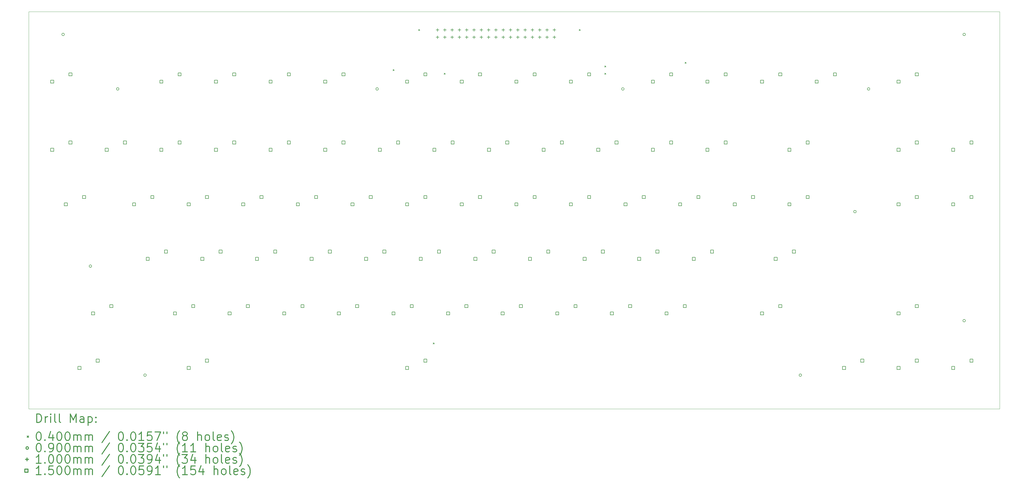
<source format=gbr>
%FSLAX45Y45*%
G04 Gerber Fmt 4.5, Leading zero omitted, Abs format (unit mm)*
G04 Created by KiCad (PCBNEW (5.1.12)-1) date 2022-05-13 18:30:53*
%MOMM*%
%LPD*%
G01*
G04 APERTURE LIST*
%TA.AperFunction,Profile*%
%ADD10C,0.100000*%
%TD*%
%ADD11C,0.200000*%
%ADD12C,0.300000*%
G04 APERTURE END LIST*
D10*
X35433000Y-635000D02*
X35433000Y-14478000D01*
X1651000Y-635000D02*
X35433000Y-635000D01*
X1651000Y-14478000D02*
X1651000Y-635000D01*
X35433000Y-14478000D02*
X1651000Y-14478000D01*
D11*
X14331000Y-2647000D02*
X14371000Y-2687000D01*
X14371000Y-2647000D02*
X14331000Y-2687000D01*
X15220000Y-1250000D02*
X15260000Y-1290000D01*
X15260000Y-1250000D02*
X15220000Y-1290000D01*
X15728000Y-12172000D02*
X15768000Y-12212000D01*
X15768000Y-12172000D02*
X15728000Y-12212000D01*
X16109000Y-2774000D02*
X16149000Y-2814000D01*
X16149000Y-2774000D02*
X16109000Y-2814000D01*
X20808000Y-1250000D02*
X20848000Y-1290000D01*
X20848000Y-1250000D02*
X20808000Y-1290000D01*
X21697000Y-2520000D02*
X21737000Y-2560000D01*
X21737000Y-2520000D02*
X21697000Y-2560000D01*
X21697000Y-2774000D02*
X21737000Y-2814000D01*
X21737000Y-2774000D02*
X21697000Y-2814000D01*
X24491000Y-2393000D02*
X24531000Y-2433000D01*
X24531000Y-2393000D02*
X24491000Y-2433000D01*
X2895000Y-1425000D02*
G75*
G03*
X2895000Y-1425000I-45000J0D01*
G01*
X3845000Y-9500000D02*
G75*
G03*
X3845000Y-9500000I-45000J0D01*
G01*
X4795000Y-3325000D02*
G75*
G03*
X4795000Y-3325000I-45000J0D01*
G01*
X5745000Y-13300000D02*
G75*
G03*
X5745000Y-13300000I-45000J0D01*
G01*
X13820000Y-3325000D02*
G75*
G03*
X13820000Y-3325000I-45000J0D01*
G01*
X22370000Y-3325000D02*
G75*
G03*
X22370000Y-3325000I-45000J0D01*
G01*
X28545000Y-13300000D02*
G75*
G03*
X28545000Y-13300000I-45000J0D01*
G01*
X30445000Y-7600000D02*
G75*
G03*
X30445000Y-7600000I-45000J0D01*
G01*
X30920000Y-3325000D02*
G75*
G03*
X30920000Y-3325000I-45000J0D01*
G01*
X34245000Y-1425000D02*
G75*
G03*
X34245000Y-1425000I-45000J0D01*
G01*
X34245000Y-11400000D02*
G75*
G03*
X34245000Y-11400000I-45000J0D01*
G01*
X15875000Y-1220000D02*
X15875000Y-1320000D01*
X15825000Y-1270000D02*
X15925000Y-1270000D01*
X15875000Y-1474000D02*
X15875000Y-1574000D01*
X15825000Y-1524000D02*
X15925000Y-1524000D01*
X16129000Y-1220000D02*
X16129000Y-1320000D01*
X16079000Y-1270000D02*
X16179000Y-1270000D01*
X16129000Y-1474000D02*
X16129000Y-1574000D01*
X16079000Y-1524000D02*
X16179000Y-1524000D01*
X16383000Y-1220000D02*
X16383000Y-1320000D01*
X16333000Y-1270000D02*
X16433000Y-1270000D01*
X16383000Y-1474000D02*
X16383000Y-1574000D01*
X16333000Y-1524000D02*
X16433000Y-1524000D01*
X16637000Y-1220000D02*
X16637000Y-1320000D01*
X16587000Y-1270000D02*
X16687000Y-1270000D01*
X16637000Y-1474000D02*
X16637000Y-1574000D01*
X16587000Y-1524000D02*
X16687000Y-1524000D01*
X16891000Y-1220000D02*
X16891000Y-1320000D01*
X16841000Y-1270000D02*
X16941000Y-1270000D01*
X16891000Y-1474000D02*
X16891000Y-1574000D01*
X16841000Y-1524000D02*
X16941000Y-1524000D01*
X17145000Y-1220000D02*
X17145000Y-1320000D01*
X17095000Y-1270000D02*
X17195000Y-1270000D01*
X17145000Y-1474000D02*
X17145000Y-1574000D01*
X17095000Y-1524000D02*
X17195000Y-1524000D01*
X17399000Y-1220000D02*
X17399000Y-1320000D01*
X17349000Y-1270000D02*
X17449000Y-1270000D01*
X17399000Y-1474000D02*
X17399000Y-1574000D01*
X17349000Y-1524000D02*
X17449000Y-1524000D01*
X17653000Y-1220000D02*
X17653000Y-1320000D01*
X17603000Y-1270000D02*
X17703000Y-1270000D01*
X17653000Y-1474000D02*
X17653000Y-1574000D01*
X17603000Y-1524000D02*
X17703000Y-1524000D01*
X17907000Y-1220000D02*
X17907000Y-1320000D01*
X17857000Y-1270000D02*
X17957000Y-1270000D01*
X17907000Y-1474000D02*
X17907000Y-1574000D01*
X17857000Y-1524000D02*
X17957000Y-1524000D01*
X18161000Y-1220000D02*
X18161000Y-1320000D01*
X18111000Y-1270000D02*
X18211000Y-1270000D01*
X18161000Y-1474000D02*
X18161000Y-1574000D01*
X18111000Y-1524000D02*
X18211000Y-1524000D01*
X18415000Y-1220000D02*
X18415000Y-1320000D01*
X18365000Y-1270000D02*
X18465000Y-1270000D01*
X18415000Y-1474000D02*
X18415000Y-1574000D01*
X18365000Y-1524000D02*
X18465000Y-1524000D01*
X18669000Y-1220000D02*
X18669000Y-1320000D01*
X18619000Y-1270000D02*
X18719000Y-1270000D01*
X18669000Y-1474000D02*
X18669000Y-1574000D01*
X18619000Y-1524000D02*
X18719000Y-1524000D01*
X18923000Y-1220000D02*
X18923000Y-1320000D01*
X18873000Y-1270000D02*
X18973000Y-1270000D01*
X18923000Y-1474000D02*
X18923000Y-1574000D01*
X18873000Y-1524000D02*
X18973000Y-1524000D01*
X19177000Y-1220000D02*
X19177000Y-1320000D01*
X19127000Y-1270000D02*
X19227000Y-1270000D01*
X19177000Y-1474000D02*
X19177000Y-1574000D01*
X19127000Y-1524000D02*
X19227000Y-1524000D01*
X19431000Y-1220000D02*
X19431000Y-1320000D01*
X19381000Y-1270000D02*
X19481000Y-1270000D01*
X19431000Y-1474000D02*
X19431000Y-1574000D01*
X19381000Y-1524000D02*
X19481000Y-1524000D01*
X19685000Y-1220000D02*
X19685000Y-1320000D01*
X19635000Y-1270000D02*
X19735000Y-1270000D01*
X19685000Y-1474000D02*
X19685000Y-1574000D01*
X19635000Y-1524000D02*
X19735000Y-1524000D01*
X19939000Y-1220000D02*
X19939000Y-1320000D01*
X19889000Y-1270000D02*
X19989000Y-1270000D01*
X19939000Y-1474000D02*
X19939000Y-1574000D01*
X19889000Y-1524000D02*
X19989000Y-1524000D01*
X2522034Y-3124033D02*
X2522034Y-3017966D01*
X2415967Y-3017966D01*
X2415967Y-3124033D01*
X2522034Y-3124033D01*
X2522034Y-5499034D02*
X2522034Y-5392967D01*
X2415967Y-5392967D01*
X2415967Y-5499034D01*
X2522034Y-5499034D01*
X2997033Y-7399033D02*
X2997033Y-7292966D01*
X2890966Y-7292966D01*
X2890966Y-7399033D01*
X2997033Y-7399033D01*
X3157033Y-2870033D02*
X3157033Y-2763967D01*
X3050966Y-2763967D01*
X3050966Y-2870033D01*
X3157033Y-2870033D01*
X3157033Y-5245034D02*
X3157033Y-5138967D01*
X3050966Y-5138967D01*
X3050966Y-5245034D01*
X3157033Y-5245034D01*
X3472033Y-13099033D02*
X3472033Y-12992966D01*
X3365966Y-12992966D01*
X3365966Y-13099033D01*
X3472033Y-13099033D01*
X3632033Y-7145033D02*
X3632033Y-7038966D01*
X3525966Y-7038966D01*
X3525966Y-7145033D01*
X3632033Y-7145033D01*
X3947033Y-11199033D02*
X3947033Y-11092967D01*
X3840966Y-11092967D01*
X3840966Y-11199033D01*
X3947033Y-11199033D01*
X4107033Y-12845033D02*
X4107033Y-12738966D01*
X4000966Y-12738966D01*
X4000966Y-12845033D01*
X4107033Y-12845033D01*
X4422034Y-5499034D02*
X4422034Y-5392967D01*
X4315967Y-5392967D01*
X4315967Y-5499034D01*
X4422034Y-5499034D01*
X4582034Y-10945034D02*
X4582034Y-10838967D01*
X4475967Y-10838967D01*
X4475967Y-10945034D01*
X4582034Y-10945034D01*
X5057034Y-5245034D02*
X5057034Y-5138967D01*
X4950967Y-5138967D01*
X4950967Y-5245034D01*
X5057034Y-5245034D01*
X5372034Y-7399033D02*
X5372034Y-7292966D01*
X5265967Y-7292966D01*
X5265967Y-7399033D01*
X5372034Y-7399033D01*
X5847033Y-9299034D02*
X5847033Y-9192967D01*
X5740966Y-9192967D01*
X5740966Y-9299034D01*
X5847033Y-9299034D01*
X6007033Y-7145033D02*
X6007033Y-7038966D01*
X5900966Y-7038966D01*
X5900966Y-7145033D01*
X6007033Y-7145033D01*
X6322033Y-3124033D02*
X6322033Y-3017966D01*
X6215966Y-3017966D01*
X6215966Y-3124033D01*
X6322033Y-3124033D01*
X6322033Y-5499034D02*
X6322033Y-5392967D01*
X6215966Y-5392967D01*
X6215966Y-5499034D01*
X6322033Y-5499034D01*
X6482033Y-9045034D02*
X6482033Y-8938967D01*
X6375966Y-8938967D01*
X6375966Y-9045034D01*
X6482033Y-9045034D01*
X6797033Y-11199033D02*
X6797033Y-11092967D01*
X6690966Y-11092967D01*
X6690966Y-11199033D01*
X6797033Y-11199033D01*
X6957033Y-2870033D02*
X6957033Y-2763967D01*
X6850966Y-2763967D01*
X6850966Y-2870033D01*
X6957033Y-2870033D01*
X6957033Y-5245034D02*
X6957033Y-5138967D01*
X6850966Y-5138967D01*
X6850966Y-5245034D01*
X6957033Y-5245034D01*
X7272033Y-7399033D02*
X7272033Y-7292966D01*
X7165966Y-7292966D01*
X7165966Y-7399033D01*
X7272033Y-7399033D01*
X7272033Y-13099033D02*
X7272033Y-12992966D01*
X7165966Y-12992966D01*
X7165966Y-13099033D01*
X7272033Y-13099033D01*
X7432033Y-10945034D02*
X7432033Y-10838967D01*
X7325966Y-10838967D01*
X7325966Y-10945034D01*
X7432033Y-10945034D01*
X7747033Y-9299034D02*
X7747033Y-9192967D01*
X7640966Y-9192967D01*
X7640966Y-9299034D01*
X7747033Y-9299034D01*
X7907033Y-7145033D02*
X7907033Y-7038966D01*
X7800966Y-7038966D01*
X7800966Y-7145033D01*
X7907033Y-7145033D01*
X7907033Y-12845033D02*
X7907033Y-12738966D01*
X7800966Y-12738966D01*
X7800966Y-12845033D01*
X7907033Y-12845033D01*
X8222033Y-3124033D02*
X8222033Y-3017966D01*
X8115966Y-3017966D01*
X8115966Y-3124033D01*
X8222033Y-3124033D01*
X8222033Y-5499034D02*
X8222033Y-5392967D01*
X8115966Y-5392967D01*
X8115966Y-5499034D01*
X8222033Y-5499034D01*
X8382033Y-9045034D02*
X8382033Y-8938967D01*
X8275966Y-8938967D01*
X8275966Y-9045034D01*
X8382033Y-9045034D01*
X8697034Y-11199033D02*
X8697034Y-11092967D01*
X8590967Y-11092967D01*
X8590967Y-11199033D01*
X8697034Y-11199033D01*
X8857034Y-2870033D02*
X8857034Y-2763967D01*
X8750967Y-2763967D01*
X8750967Y-2870033D01*
X8857034Y-2870033D01*
X8857034Y-5245034D02*
X8857034Y-5138967D01*
X8750967Y-5138967D01*
X8750967Y-5245034D01*
X8857034Y-5245034D01*
X9172034Y-7399033D02*
X9172034Y-7292966D01*
X9065967Y-7292966D01*
X9065967Y-7399033D01*
X9172034Y-7399033D01*
X9332034Y-10945034D02*
X9332034Y-10838967D01*
X9225967Y-10838967D01*
X9225967Y-10945034D01*
X9332034Y-10945034D01*
X9647034Y-9299034D02*
X9647034Y-9192967D01*
X9540967Y-9192967D01*
X9540967Y-9299034D01*
X9647034Y-9299034D01*
X9807034Y-7145033D02*
X9807034Y-7038966D01*
X9700967Y-7038966D01*
X9700967Y-7145033D01*
X9807034Y-7145033D01*
X10122034Y-3124033D02*
X10122034Y-3017966D01*
X10015967Y-3017966D01*
X10015967Y-3124033D01*
X10122034Y-3124033D01*
X10122034Y-5499034D02*
X10122034Y-5392967D01*
X10015967Y-5392967D01*
X10015967Y-5499034D01*
X10122034Y-5499034D01*
X10282034Y-9045034D02*
X10282034Y-8938967D01*
X10175967Y-8938967D01*
X10175967Y-9045034D01*
X10282034Y-9045034D01*
X10597034Y-11199033D02*
X10597034Y-11092967D01*
X10490967Y-11092967D01*
X10490967Y-11199033D01*
X10597034Y-11199033D01*
X10757034Y-2870033D02*
X10757034Y-2763967D01*
X10650967Y-2763967D01*
X10650967Y-2870033D01*
X10757034Y-2870033D01*
X10757034Y-5245034D02*
X10757034Y-5138967D01*
X10650967Y-5138967D01*
X10650967Y-5245034D01*
X10757034Y-5245034D01*
X11072034Y-7399033D02*
X11072034Y-7292966D01*
X10965967Y-7292966D01*
X10965967Y-7399033D01*
X11072034Y-7399033D01*
X11232033Y-10945034D02*
X11232033Y-10838967D01*
X11125967Y-10838967D01*
X11125967Y-10945034D01*
X11232033Y-10945034D01*
X11547033Y-9299034D02*
X11547033Y-9192967D01*
X11440966Y-9192967D01*
X11440966Y-9299034D01*
X11547033Y-9299034D01*
X11707033Y-7145033D02*
X11707033Y-7038966D01*
X11600966Y-7038966D01*
X11600966Y-7145033D01*
X11707033Y-7145033D01*
X12022033Y-3124033D02*
X12022033Y-3017966D01*
X11915966Y-3017966D01*
X11915966Y-3124033D01*
X12022033Y-3124033D01*
X12022033Y-5499034D02*
X12022033Y-5392967D01*
X11915966Y-5392967D01*
X11915966Y-5499034D01*
X12022033Y-5499034D01*
X12182033Y-9045034D02*
X12182033Y-8938967D01*
X12075966Y-8938967D01*
X12075966Y-9045034D01*
X12182033Y-9045034D01*
X12497033Y-11199033D02*
X12497033Y-11092967D01*
X12390966Y-11092967D01*
X12390966Y-11199033D01*
X12497033Y-11199033D01*
X12657033Y-2870033D02*
X12657033Y-2763967D01*
X12550966Y-2763967D01*
X12550966Y-2870033D01*
X12657033Y-2870033D01*
X12657033Y-5245034D02*
X12657033Y-5138967D01*
X12550966Y-5138967D01*
X12550966Y-5245034D01*
X12657033Y-5245034D01*
X12972033Y-7399033D02*
X12972033Y-7292966D01*
X12865966Y-7292966D01*
X12865966Y-7399033D01*
X12972033Y-7399033D01*
X13132033Y-10945034D02*
X13132033Y-10838967D01*
X13025966Y-10838967D01*
X13025966Y-10945034D01*
X13132033Y-10945034D01*
X13447033Y-9299034D02*
X13447033Y-9192967D01*
X13340966Y-9192967D01*
X13340966Y-9299034D01*
X13447033Y-9299034D01*
X13607033Y-7145033D02*
X13607033Y-7038966D01*
X13500966Y-7038966D01*
X13500966Y-7145033D01*
X13607033Y-7145033D01*
X13922033Y-5499034D02*
X13922033Y-5392967D01*
X13815966Y-5392967D01*
X13815966Y-5499034D01*
X13922033Y-5499034D01*
X14082033Y-9045034D02*
X14082033Y-8938967D01*
X13975966Y-8938967D01*
X13975966Y-9045034D01*
X14082033Y-9045034D01*
X14397033Y-11199033D02*
X14397033Y-11092967D01*
X14290966Y-11092967D01*
X14290966Y-11199033D01*
X14397033Y-11199033D01*
X14557033Y-5245034D02*
X14557033Y-5138967D01*
X14450966Y-5138967D01*
X14450966Y-5245034D01*
X14557033Y-5245034D01*
X14872033Y-3124033D02*
X14872033Y-3017966D01*
X14765966Y-3017966D01*
X14765966Y-3124033D01*
X14872033Y-3124033D01*
X14872033Y-7399033D02*
X14872033Y-7292966D01*
X14765966Y-7292966D01*
X14765966Y-7399033D01*
X14872033Y-7399033D01*
X14872033Y-13099033D02*
X14872033Y-12992966D01*
X14765966Y-12992966D01*
X14765966Y-13099033D01*
X14872033Y-13099033D01*
X15032033Y-10945034D02*
X15032033Y-10838967D01*
X14925966Y-10838967D01*
X14925966Y-10945034D01*
X15032033Y-10945034D01*
X15347033Y-9299034D02*
X15347033Y-9192967D01*
X15240966Y-9192967D01*
X15240966Y-9299034D01*
X15347033Y-9299034D01*
X15507033Y-2870033D02*
X15507033Y-2763967D01*
X15400966Y-2763967D01*
X15400966Y-2870033D01*
X15507033Y-2870033D01*
X15507033Y-7145033D02*
X15507033Y-7038966D01*
X15400966Y-7038966D01*
X15400966Y-7145033D01*
X15507033Y-7145033D01*
X15507033Y-12845033D02*
X15507033Y-12738966D01*
X15400966Y-12738966D01*
X15400966Y-12845033D01*
X15507033Y-12845033D01*
X15822033Y-5499034D02*
X15822033Y-5392967D01*
X15715966Y-5392967D01*
X15715966Y-5499034D01*
X15822033Y-5499034D01*
X15982033Y-9045034D02*
X15982033Y-8938967D01*
X15875966Y-8938967D01*
X15875966Y-9045034D01*
X15982033Y-9045034D01*
X16297033Y-11199033D02*
X16297033Y-11092967D01*
X16190966Y-11092967D01*
X16190966Y-11199033D01*
X16297033Y-11199033D01*
X16457033Y-5245034D02*
X16457033Y-5138967D01*
X16350966Y-5138967D01*
X16350966Y-5245034D01*
X16457033Y-5245034D01*
X16772033Y-3124033D02*
X16772033Y-3017966D01*
X16665966Y-3017966D01*
X16665966Y-3124033D01*
X16772033Y-3124033D01*
X16772033Y-7399033D02*
X16772033Y-7292966D01*
X16665966Y-7292966D01*
X16665966Y-7399033D01*
X16772033Y-7399033D01*
X16932034Y-10945034D02*
X16932034Y-10838967D01*
X16825967Y-10838967D01*
X16825967Y-10945034D01*
X16932034Y-10945034D01*
X17247034Y-9299034D02*
X17247034Y-9192967D01*
X17140967Y-9192967D01*
X17140967Y-9299034D01*
X17247034Y-9299034D01*
X17407034Y-2870033D02*
X17407034Y-2763967D01*
X17300967Y-2763967D01*
X17300967Y-2870033D01*
X17407034Y-2870033D01*
X17407034Y-7145033D02*
X17407034Y-7038966D01*
X17300967Y-7038966D01*
X17300967Y-7145033D01*
X17407034Y-7145033D01*
X17722034Y-5499034D02*
X17722034Y-5392967D01*
X17615967Y-5392967D01*
X17615967Y-5499034D01*
X17722034Y-5499034D01*
X17882034Y-9045034D02*
X17882034Y-8938967D01*
X17775967Y-8938967D01*
X17775967Y-9045034D01*
X17882034Y-9045034D01*
X18197034Y-11199033D02*
X18197034Y-11092967D01*
X18090967Y-11092967D01*
X18090967Y-11199033D01*
X18197034Y-11199033D01*
X18357034Y-5245034D02*
X18357034Y-5138967D01*
X18250967Y-5138967D01*
X18250967Y-5245034D01*
X18357034Y-5245034D01*
X18672034Y-3124033D02*
X18672034Y-3017966D01*
X18565967Y-3017966D01*
X18565967Y-3124033D01*
X18672034Y-3124033D01*
X18672034Y-7399033D02*
X18672034Y-7292966D01*
X18565967Y-7292966D01*
X18565967Y-7399033D01*
X18672034Y-7399033D01*
X18832034Y-10945034D02*
X18832034Y-10838967D01*
X18725967Y-10838967D01*
X18725967Y-10945034D01*
X18832034Y-10945034D01*
X19147034Y-9299034D02*
X19147034Y-9192967D01*
X19040967Y-9192967D01*
X19040967Y-9299034D01*
X19147034Y-9299034D01*
X19307034Y-2870033D02*
X19307034Y-2763967D01*
X19200967Y-2763967D01*
X19200967Y-2870033D01*
X19307034Y-2870033D01*
X19307034Y-7145033D02*
X19307034Y-7038966D01*
X19200967Y-7038966D01*
X19200967Y-7145033D01*
X19307034Y-7145033D01*
X19622034Y-5499034D02*
X19622034Y-5392967D01*
X19515967Y-5392967D01*
X19515967Y-5499034D01*
X19622034Y-5499034D01*
X19782034Y-9045034D02*
X19782034Y-8938967D01*
X19675967Y-8938967D01*
X19675967Y-9045034D01*
X19782034Y-9045034D01*
X20097034Y-11199033D02*
X20097034Y-11092967D01*
X19990967Y-11092967D01*
X19990967Y-11199033D01*
X20097034Y-11199033D01*
X20257034Y-5245034D02*
X20257034Y-5138967D01*
X20150967Y-5138967D01*
X20150967Y-5245034D01*
X20257034Y-5245034D01*
X20572034Y-3124033D02*
X20572034Y-3017966D01*
X20465967Y-3017966D01*
X20465967Y-3124033D01*
X20572034Y-3124033D01*
X20572034Y-7399033D02*
X20572034Y-7292966D01*
X20465967Y-7292966D01*
X20465967Y-7399033D01*
X20572034Y-7399033D01*
X20732034Y-10945034D02*
X20732034Y-10838967D01*
X20625967Y-10838967D01*
X20625967Y-10945034D01*
X20732034Y-10945034D01*
X21047034Y-9299034D02*
X21047034Y-9192967D01*
X20940967Y-9192967D01*
X20940967Y-9299034D01*
X21047034Y-9299034D01*
X21207034Y-2870033D02*
X21207034Y-2763967D01*
X21100967Y-2763967D01*
X21100967Y-2870033D01*
X21207034Y-2870033D01*
X21207034Y-7145033D02*
X21207034Y-7038966D01*
X21100967Y-7038966D01*
X21100967Y-7145033D01*
X21207034Y-7145033D01*
X21522034Y-5499034D02*
X21522034Y-5392967D01*
X21415967Y-5392967D01*
X21415967Y-5499034D01*
X21522034Y-5499034D01*
X21682034Y-9045034D02*
X21682034Y-8938967D01*
X21575967Y-8938967D01*
X21575967Y-9045034D01*
X21682034Y-9045034D01*
X21997034Y-11199033D02*
X21997034Y-11092967D01*
X21890967Y-11092967D01*
X21890967Y-11199033D01*
X21997034Y-11199033D01*
X22157034Y-5245034D02*
X22157034Y-5138967D01*
X22050967Y-5138967D01*
X22050967Y-5245034D01*
X22157034Y-5245034D01*
X22472033Y-7399033D02*
X22472033Y-7292966D01*
X22365967Y-7292966D01*
X22365967Y-7399033D01*
X22472033Y-7399033D01*
X22632033Y-10945034D02*
X22632033Y-10838967D01*
X22525966Y-10838967D01*
X22525966Y-10945034D01*
X22632033Y-10945034D01*
X22947033Y-9299034D02*
X22947033Y-9192967D01*
X22840966Y-9192967D01*
X22840966Y-9299034D01*
X22947033Y-9299034D01*
X23107033Y-7145033D02*
X23107033Y-7038966D01*
X23000966Y-7038966D01*
X23000966Y-7145033D01*
X23107033Y-7145033D01*
X23422033Y-3124033D02*
X23422033Y-3017966D01*
X23315966Y-3017966D01*
X23315966Y-3124033D01*
X23422033Y-3124033D01*
X23422033Y-5499034D02*
X23422033Y-5392967D01*
X23315966Y-5392967D01*
X23315966Y-5499034D01*
X23422033Y-5499034D01*
X23582033Y-9045034D02*
X23582033Y-8938967D01*
X23475966Y-8938967D01*
X23475966Y-9045034D01*
X23582033Y-9045034D01*
X23897033Y-11199033D02*
X23897033Y-11092967D01*
X23790966Y-11092967D01*
X23790966Y-11199033D01*
X23897033Y-11199033D01*
X24057033Y-2870033D02*
X24057033Y-2763967D01*
X23950966Y-2763967D01*
X23950966Y-2870033D01*
X24057033Y-2870033D01*
X24057033Y-5245034D02*
X24057033Y-5138967D01*
X23950966Y-5138967D01*
X23950966Y-5245034D01*
X24057033Y-5245034D01*
X24372033Y-7399033D02*
X24372033Y-7292966D01*
X24265966Y-7292966D01*
X24265966Y-7399033D01*
X24372033Y-7399033D01*
X24532033Y-10945034D02*
X24532033Y-10838967D01*
X24425966Y-10838967D01*
X24425966Y-10945034D01*
X24532033Y-10945034D01*
X24847033Y-9299034D02*
X24847033Y-9192967D01*
X24740966Y-9192967D01*
X24740966Y-9299034D01*
X24847033Y-9299034D01*
X25007033Y-7145033D02*
X25007033Y-7038966D01*
X24900966Y-7038966D01*
X24900966Y-7145033D01*
X25007033Y-7145033D01*
X25322033Y-3124033D02*
X25322033Y-3017966D01*
X25215966Y-3017966D01*
X25215966Y-3124033D01*
X25322033Y-3124033D01*
X25322033Y-5499034D02*
X25322033Y-5392967D01*
X25215966Y-5392967D01*
X25215966Y-5499034D01*
X25322033Y-5499034D01*
X25482033Y-9045034D02*
X25482033Y-8938967D01*
X25375966Y-8938967D01*
X25375966Y-9045034D01*
X25482033Y-9045034D01*
X25957033Y-2870033D02*
X25957033Y-2763967D01*
X25850966Y-2763967D01*
X25850966Y-2870033D01*
X25957033Y-2870033D01*
X25957033Y-5245034D02*
X25957033Y-5138967D01*
X25850966Y-5138967D01*
X25850966Y-5245034D01*
X25957033Y-5245034D01*
X26272033Y-7399033D02*
X26272033Y-7292966D01*
X26165966Y-7292966D01*
X26165966Y-7399033D01*
X26272033Y-7399033D01*
X26907033Y-7145033D02*
X26907033Y-7038966D01*
X26800966Y-7038966D01*
X26800966Y-7145033D01*
X26907033Y-7145033D01*
X27222033Y-3124033D02*
X27222033Y-3017966D01*
X27115966Y-3017966D01*
X27115966Y-3124033D01*
X27222033Y-3124033D01*
X27222033Y-11199033D02*
X27222033Y-11092967D01*
X27115966Y-11092967D01*
X27115966Y-11199033D01*
X27222033Y-11199033D01*
X27697033Y-9299034D02*
X27697033Y-9192967D01*
X27590966Y-9192967D01*
X27590966Y-9299034D01*
X27697033Y-9299034D01*
X27857033Y-2870033D02*
X27857033Y-2763967D01*
X27750966Y-2763967D01*
X27750966Y-2870033D01*
X27857033Y-2870033D01*
X27857033Y-10945034D02*
X27857033Y-10838967D01*
X27750966Y-10838967D01*
X27750966Y-10945034D01*
X27857033Y-10945034D01*
X28172033Y-5499034D02*
X28172033Y-5392967D01*
X28065966Y-5392967D01*
X28065966Y-5499034D01*
X28172033Y-5499034D01*
X28172033Y-7399033D02*
X28172033Y-7292966D01*
X28065966Y-7292966D01*
X28065966Y-7399033D01*
X28172033Y-7399033D01*
X28332033Y-9045034D02*
X28332033Y-8938967D01*
X28225966Y-8938967D01*
X28225966Y-9045034D01*
X28332033Y-9045034D01*
X28807033Y-5245034D02*
X28807033Y-5138967D01*
X28700966Y-5138967D01*
X28700966Y-5245034D01*
X28807033Y-5245034D01*
X28807033Y-7145033D02*
X28807033Y-7038966D01*
X28700966Y-7038966D01*
X28700966Y-7145033D01*
X28807033Y-7145033D01*
X29122033Y-3124033D02*
X29122033Y-3017966D01*
X29015966Y-3017966D01*
X29015966Y-3124033D01*
X29122033Y-3124033D01*
X29757033Y-2870033D02*
X29757033Y-2763967D01*
X29650966Y-2763967D01*
X29650966Y-2870033D01*
X29757033Y-2870033D01*
X30072033Y-13099033D02*
X30072033Y-12992966D01*
X29965966Y-12992966D01*
X29965966Y-13099033D01*
X30072033Y-13099033D01*
X30707033Y-12845033D02*
X30707033Y-12738966D01*
X30600966Y-12738966D01*
X30600966Y-12845033D01*
X30707033Y-12845033D01*
X31972033Y-3124033D02*
X31972033Y-3017966D01*
X31865966Y-3017966D01*
X31865966Y-3124033D01*
X31972033Y-3124033D01*
X31972033Y-5499034D02*
X31972033Y-5392967D01*
X31865966Y-5392967D01*
X31865966Y-5499034D01*
X31972033Y-5499034D01*
X31972033Y-7399033D02*
X31972033Y-7292966D01*
X31865966Y-7292966D01*
X31865966Y-7399033D01*
X31972033Y-7399033D01*
X31972033Y-11199033D02*
X31972033Y-11092967D01*
X31865966Y-11092967D01*
X31865966Y-11199033D01*
X31972033Y-11199033D01*
X31972033Y-13099033D02*
X31972033Y-12992966D01*
X31865966Y-12992966D01*
X31865966Y-13099033D01*
X31972033Y-13099033D01*
X32607033Y-2870033D02*
X32607033Y-2763967D01*
X32500966Y-2763967D01*
X32500966Y-2870033D01*
X32607033Y-2870033D01*
X32607033Y-5245034D02*
X32607033Y-5138967D01*
X32500966Y-5138967D01*
X32500966Y-5245034D01*
X32607033Y-5245034D01*
X32607033Y-7145033D02*
X32607033Y-7038966D01*
X32500966Y-7038966D01*
X32500966Y-7145033D01*
X32607033Y-7145033D01*
X32607033Y-10945034D02*
X32607033Y-10838967D01*
X32500966Y-10838967D01*
X32500966Y-10945034D01*
X32607033Y-10945034D01*
X32607033Y-12845033D02*
X32607033Y-12738966D01*
X32500966Y-12738966D01*
X32500966Y-12845033D01*
X32607033Y-12845033D01*
X33872034Y-5499034D02*
X33872034Y-5392967D01*
X33765967Y-5392967D01*
X33765967Y-5499034D01*
X33872034Y-5499034D01*
X33872034Y-7399033D02*
X33872034Y-7292966D01*
X33765967Y-7292966D01*
X33765967Y-7399033D01*
X33872034Y-7399033D01*
X33872034Y-13099033D02*
X33872034Y-12992966D01*
X33765967Y-12992966D01*
X33765967Y-13099033D01*
X33872034Y-13099033D01*
X34507034Y-5245034D02*
X34507034Y-5138967D01*
X34400967Y-5138967D01*
X34400967Y-5245034D01*
X34507034Y-5245034D01*
X34507034Y-7145033D02*
X34507034Y-7038966D01*
X34400967Y-7038966D01*
X34400967Y-7145033D01*
X34507034Y-7145033D01*
X34507034Y-12845033D02*
X34507034Y-12738966D01*
X34400967Y-12738966D01*
X34400967Y-12845033D01*
X34507034Y-12845033D01*
D12*
X1932428Y-14948714D02*
X1932428Y-14648714D01*
X2003857Y-14648714D01*
X2046714Y-14663000D01*
X2075286Y-14691571D01*
X2089571Y-14720143D01*
X2103857Y-14777286D01*
X2103857Y-14820143D01*
X2089571Y-14877286D01*
X2075286Y-14905857D01*
X2046714Y-14934429D01*
X2003857Y-14948714D01*
X1932428Y-14948714D01*
X2232428Y-14948714D02*
X2232428Y-14748714D01*
X2232428Y-14805857D02*
X2246714Y-14777286D01*
X2261000Y-14763000D01*
X2289571Y-14748714D01*
X2318143Y-14748714D01*
X2418143Y-14948714D02*
X2418143Y-14748714D01*
X2418143Y-14648714D02*
X2403857Y-14663000D01*
X2418143Y-14677286D01*
X2432428Y-14663000D01*
X2418143Y-14648714D01*
X2418143Y-14677286D01*
X2603857Y-14948714D02*
X2575286Y-14934429D01*
X2561000Y-14905857D01*
X2561000Y-14648714D01*
X2761000Y-14948714D02*
X2732428Y-14934429D01*
X2718143Y-14905857D01*
X2718143Y-14648714D01*
X3103857Y-14948714D02*
X3103857Y-14648714D01*
X3203857Y-14863000D01*
X3303857Y-14648714D01*
X3303857Y-14948714D01*
X3575286Y-14948714D02*
X3575286Y-14791571D01*
X3561000Y-14763000D01*
X3532428Y-14748714D01*
X3475286Y-14748714D01*
X3446714Y-14763000D01*
X3575286Y-14934429D02*
X3546714Y-14948714D01*
X3475286Y-14948714D01*
X3446714Y-14934429D01*
X3432428Y-14905857D01*
X3432428Y-14877286D01*
X3446714Y-14848714D01*
X3475286Y-14834429D01*
X3546714Y-14834429D01*
X3575286Y-14820143D01*
X3718143Y-14748714D02*
X3718143Y-15048714D01*
X3718143Y-14763000D02*
X3746714Y-14748714D01*
X3803857Y-14748714D01*
X3832428Y-14763000D01*
X3846714Y-14777286D01*
X3861000Y-14805857D01*
X3861000Y-14891571D01*
X3846714Y-14920143D01*
X3832428Y-14934429D01*
X3803857Y-14948714D01*
X3746714Y-14948714D01*
X3718143Y-14934429D01*
X3989571Y-14920143D02*
X4003857Y-14934429D01*
X3989571Y-14948714D01*
X3975286Y-14934429D01*
X3989571Y-14920143D01*
X3989571Y-14948714D01*
X3989571Y-14763000D02*
X4003857Y-14777286D01*
X3989571Y-14791571D01*
X3975286Y-14777286D01*
X3989571Y-14763000D01*
X3989571Y-14791571D01*
X1606000Y-15423000D02*
X1646000Y-15463000D01*
X1646000Y-15423000D02*
X1606000Y-15463000D01*
X1989571Y-15278714D02*
X2018143Y-15278714D01*
X2046714Y-15293000D01*
X2061000Y-15307286D01*
X2075286Y-15335857D01*
X2089571Y-15393000D01*
X2089571Y-15464429D01*
X2075286Y-15521571D01*
X2061000Y-15550143D01*
X2046714Y-15564429D01*
X2018143Y-15578714D01*
X1989571Y-15578714D01*
X1961000Y-15564429D01*
X1946714Y-15550143D01*
X1932428Y-15521571D01*
X1918143Y-15464429D01*
X1918143Y-15393000D01*
X1932428Y-15335857D01*
X1946714Y-15307286D01*
X1961000Y-15293000D01*
X1989571Y-15278714D01*
X2218143Y-15550143D02*
X2232428Y-15564429D01*
X2218143Y-15578714D01*
X2203857Y-15564429D01*
X2218143Y-15550143D01*
X2218143Y-15578714D01*
X2489571Y-15378714D02*
X2489571Y-15578714D01*
X2418143Y-15264429D02*
X2346714Y-15478714D01*
X2532428Y-15478714D01*
X2703857Y-15278714D02*
X2732428Y-15278714D01*
X2761000Y-15293000D01*
X2775286Y-15307286D01*
X2789571Y-15335857D01*
X2803857Y-15393000D01*
X2803857Y-15464429D01*
X2789571Y-15521571D01*
X2775286Y-15550143D01*
X2761000Y-15564429D01*
X2732428Y-15578714D01*
X2703857Y-15578714D01*
X2675286Y-15564429D01*
X2661000Y-15550143D01*
X2646714Y-15521571D01*
X2632428Y-15464429D01*
X2632428Y-15393000D01*
X2646714Y-15335857D01*
X2661000Y-15307286D01*
X2675286Y-15293000D01*
X2703857Y-15278714D01*
X2989571Y-15278714D02*
X3018143Y-15278714D01*
X3046714Y-15293000D01*
X3061000Y-15307286D01*
X3075286Y-15335857D01*
X3089571Y-15393000D01*
X3089571Y-15464429D01*
X3075286Y-15521571D01*
X3061000Y-15550143D01*
X3046714Y-15564429D01*
X3018143Y-15578714D01*
X2989571Y-15578714D01*
X2961000Y-15564429D01*
X2946714Y-15550143D01*
X2932428Y-15521571D01*
X2918143Y-15464429D01*
X2918143Y-15393000D01*
X2932428Y-15335857D01*
X2946714Y-15307286D01*
X2961000Y-15293000D01*
X2989571Y-15278714D01*
X3218143Y-15578714D02*
X3218143Y-15378714D01*
X3218143Y-15407286D02*
X3232428Y-15393000D01*
X3261000Y-15378714D01*
X3303857Y-15378714D01*
X3332428Y-15393000D01*
X3346714Y-15421571D01*
X3346714Y-15578714D01*
X3346714Y-15421571D02*
X3361000Y-15393000D01*
X3389571Y-15378714D01*
X3432428Y-15378714D01*
X3461000Y-15393000D01*
X3475286Y-15421571D01*
X3475286Y-15578714D01*
X3618143Y-15578714D02*
X3618143Y-15378714D01*
X3618143Y-15407286D02*
X3632428Y-15393000D01*
X3661000Y-15378714D01*
X3703857Y-15378714D01*
X3732428Y-15393000D01*
X3746714Y-15421571D01*
X3746714Y-15578714D01*
X3746714Y-15421571D02*
X3761000Y-15393000D01*
X3789571Y-15378714D01*
X3832428Y-15378714D01*
X3861000Y-15393000D01*
X3875286Y-15421571D01*
X3875286Y-15578714D01*
X4461000Y-15264429D02*
X4203857Y-15650143D01*
X4846714Y-15278714D02*
X4875286Y-15278714D01*
X4903857Y-15293000D01*
X4918143Y-15307286D01*
X4932428Y-15335857D01*
X4946714Y-15393000D01*
X4946714Y-15464429D01*
X4932428Y-15521571D01*
X4918143Y-15550143D01*
X4903857Y-15564429D01*
X4875286Y-15578714D01*
X4846714Y-15578714D01*
X4818143Y-15564429D01*
X4803857Y-15550143D01*
X4789571Y-15521571D01*
X4775286Y-15464429D01*
X4775286Y-15393000D01*
X4789571Y-15335857D01*
X4803857Y-15307286D01*
X4818143Y-15293000D01*
X4846714Y-15278714D01*
X5075286Y-15550143D02*
X5089571Y-15564429D01*
X5075286Y-15578714D01*
X5061000Y-15564429D01*
X5075286Y-15550143D01*
X5075286Y-15578714D01*
X5275286Y-15278714D02*
X5303857Y-15278714D01*
X5332428Y-15293000D01*
X5346714Y-15307286D01*
X5361000Y-15335857D01*
X5375286Y-15393000D01*
X5375286Y-15464429D01*
X5361000Y-15521571D01*
X5346714Y-15550143D01*
X5332428Y-15564429D01*
X5303857Y-15578714D01*
X5275286Y-15578714D01*
X5246714Y-15564429D01*
X5232428Y-15550143D01*
X5218143Y-15521571D01*
X5203857Y-15464429D01*
X5203857Y-15393000D01*
X5218143Y-15335857D01*
X5232428Y-15307286D01*
X5246714Y-15293000D01*
X5275286Y-15278714D01*
X5661000Y-15578714D02*
X5489571Y-15578714D01*
X5575286Y-15578714D02*
X5575286Y-15278714D01*
X5546714Y-15321571D01*
X5518143Y-15350143D01*
X5489571Y-15364429D01*
X5932428Y-15278714D02*
X5789571Y-15278714D01*
X5775286Y-15421571D01*
X5789571Y-15407286D01*
X5818143Y-15393000D01*
X5889571Y-15393000D01*
X5918143Y-15407286D01*
X5932428Y-15421571D01*
X5946714Y-15450143D01*
X5946714Y-15521571D01*
X5932428Y-15550143D01*
X5918143Y-15564429D01*
X5889571Y-15578714D01*
X5818143Y-15578714D01*
X5789571Y-15564429D01*
X5775286Y-15550143D01*
X6046714Y-15278714D02*
X6246714Y-15278714D01*
X6118143Y-15578714D01*
X6346714Y-15278714D02*
X6346714Y-15335857D01*
X6461000Y-15278714D02*
X6461000Y-15335857D01*
X6903857Y-15693000D02*
X6889571Y-15678714D01*
X6861000Y-15635857D01*
X6846714Y-15607286D01*
X6832428Y-15564429D01*
X6818143Y-15493000D01*
X6818143Y-15435857D01*
X6832428Y-15364429D01*
X6846714Y-15321571D01*
X6861000Y-15293000D01*
X6889571Y-15250143D01*
X6903857Y-15235857D01*
X7061000Y-15407286D02*
X7032428Y-15393000D01*
X7018143Y-15378714D01*
X7003857Y-15350143D01*
X7003857Y-15335857D01*
X7018143Y-15307286D01*
X7032428Y-15293000D01*
X7061000Y-15278714D01*
X7118143Y-15278714D01*
X7146714Y-15293000D01*
X7161000Y-15307286D01*
X7175286Y-15335857D01*
X7175286Y-15350143D01*
X7161000Y-15378714D01*
X7146714Y-15393000D01*
X7118143Y-15407286D01*
X7061000Y-15407286D01*
X7032428Y-15421571D01*
X7018143Y-15435857D01*
X7003857Y-15464429D01*
X7003857Y-15521571D01*
X7018143Y-15550143D01*
X7032428Y-15564429D01*
X7061000Y-15578714D01*
X7118143Y-15578714D01*
X7146714Y-15564429D01*
X7161000Y-15550143D01*
X7175286Y-15521571D01*
X7175286Y-15464429D01*
X7161000Y-15435857D01*
X7146714Y-15421571D01*
X7118143Y-15407286D01*
X7532428Y-15578714D02*
X7532428Y-15278714D01*
X7661000Y-15578714D02*
X7661000Y-15421571D01*
X7646714Y-15393000D01*
X7618143Y-15378714D01*
X7575286Y-15378714D01*
X7546714Y-15393000D01*
X7532428Y-15407286D01*
X7846714Y-15578714D02*
X7818143Y-15564429D01*
X7803857Y-15550143D01*
X7789571Y-15521571D01*
X7789571Y-15435857D01*
X7803857Y-15407286D01*
X7818143Y-15393000D01*
X7846714Y-15378714D01*
X7889571Y-15378714D01*
X7918143Y-15393000D01*
X7932428Y-15407286D01*
X7946714Y-15435857D01*
X7946714Y-15521571D01*
X7932428Y-15550143D01*
X7918143Y-15564429D01*
X7889571Y-15578714D01*
X7846714Y-15578714D01*
X8118143Y-15578714D02*
X8089571Y-15564429D01*
X8075286Y-15535857D01*
X8075286Y-15278714D01*
X8346714Y-15564429D02*
X8318143Y-15578714D01*
X8261000Y-15578714D01*
X8232428Y-15564429D01*
X8218143Y-15535857D01*
X8218143Y-15421571D01*
X8232428Y-15393000D01*
X8261000Y-15378714D01*
X8318143Y-15378714D01*
X8346714Y-15393000D01*
X8361000Y-15421571D01*
X8361000Y-15450143D01*
X8218143Y-15478714D01*
X8475286Y-15564429D02*
X8503857Y-15578714D01*
X8561000Y-15578714D01*
X8589571Y-15564429D01*
X8603857Y-15535857D01*
X8603857Y-15521571D01*
X8589571Y-15493000D01*
X8561000Y-15478714D01*
X8518143Y-15478714D01*
X8489571Y-15464429D01*
X8475286Y-15435857D01*
X8475286Y-15421571D01*
X8489571Y-15393000D01*
X8518143Y-15378714D01*
X8561000Y-15378714D01*
X8589571Y-15393000D01*
X8703857Y-15693000D02*
X8718143Y-15678714D01*
X8746714Y-15635857D01*
X8761000Y-15607286D01*
X8775286Y-15564429D01*
X8789571Y-15493000D01*
X8789571Y-15435857D01*
X8775286Y-15364429D01*
X8761000Y-15321571D01*
X8746714Y-15293000D01*
X8718143Y-15250143D01*
X8703857Y-15235857D01*
X1646000Y-15839000D02*
G75*
G03*
X1646000Y-15839000I-45000J0D01*
G01*
X1989571Y-15674714D02*
X2018143Y-15674714D01*
X2046714Y-15689000D01*
X2061000Y-15703286D01*
X2075286Y-15731857D01*
X2089571Y-15789000D01*
X2089571Y-15860429D01*
X2075286Y-15917571D01*
X2061000Y-15946143D01*
X2046714Y-15960429D01*
X2018143Y-15974714D01*
X1989571Y-15974714D01*
X1961000Y-15960429D01*
X1946714Y-15946143D01*
X1932428Y-15917571D01*
X1918143Y-15860429D01*
X1918143Y-15789000D01*
X1932428Y-15731857D01*
X1946714Y-15703286D01*
X1961000Y-15689000D01*
X1989571Y-15674714D01*
X2218143Y-15946143D02*
X2232428Y-15960429D01*
X2218143Y-15974714D01*
X2203857Y-15960429D01*
X2218143Y-15946143D01*
X2218143Y-15974714D01*
X2375286Y-15974714D02*
X2432428Y-15974714D01*
X2461000Y-15960429D01*
X2475286Y-15946143D01*
X2503857Y-15903286D01*
X2518143Y-15846143D01*
X2518143Y-15731857D01*
X2503857Y-15703286D01*
X2489571Y-15689000D01*
X2461000Y-15674714D01*
X2403857Y-15674714D01*
X2375286Y-15689000D01*
X2361000Y-15703286D01*
X2346714Y-15731857D01*
X2346714Y-15803286D01*
X2361000Y-15831857D01*
X2375286Y-15846143D01*
X2403857Y-15860429D01*
X2461000Y-15860429D01*
X2489571Y-15846143D01*
X2503857Y-15831857D01*
X2518143Y-15803286D01*
X2703857Y-15674714D02*
X2732428Y-15674714D01*
X2761000Y-15689000D01*
X2775286Y-15703286D01*
X2789571Y-15731857D01*
X2803857Y-15789000D01*
X2803857Y-15860429D01*
X2789571Y-15917571D01*
X2775286Y-15946143D01*
X2761000Y-15960429D01*
X2732428Y-15974714D01*
X2703857Y-15974714D01*
X2675286Y-15960429D01*
X2661000Y-15946143D01*
X2646714Y-15917571D01*
X2632428Y-15860429D01*
X2632428Y-15789000D01*
X2646714Y-15731857D01*
X2661000Y-15703286D01*
X2675286Y-15689000D01*
X2703857Y-15674714D01*
X2989571Y-15674714D02*
X3018143Y-15674714D01*
X3046714Y-15689000D01*
X3061000Y-15703286D01*
X3075286Y-15731857D01*
X3089571Y-15789000D01*
X3089571Y-15860429D01*
X3075286Y-15917571D01*
X3061000Y-15946143D01*
X3046714Y-15960429D01*
X3018143Y-15974714D01*
X2989571Y-15974714D01*
X2961000Y-15960429D01*
X2946714Y-15946143D01*
X2932428Y-15917571D01*
X2918143Y-15860429D01*
X2918143Y-15789000D01*
X2932428Y-15731857D01*
X2946714Y-15703286D01*
X2961000Y-15689000D01*
X2989571Y-15674714D01*
X3218143Y-15974714D02*
X3218143Y-15774714D01*
X3218143Y-15803286D02*
X3232428Y-15789000D01*
X3261000Y-15774714D01*
X3303857Y-15774714D01*
X3332428Y-15789000D01*
X3346714Y-15817571D01*
X3346714Y-15974714D01*
X3346714Y-15817571D02*
X3361000Y-15789000D01*
X3389571Y-15774714D01*
X3432428Y-15774714D01*
X3461000Y-15789000D01*
X3475286Y-15817571D01*
X3475286Y-15974714D01*
X3618143Y-15974714D02*
X3618143Y-15774714D01*
X3618143Y-15803286D02*
X3632428Y-15789000D01*
X3661000Y-15774714D01*
X3703857Y-15774714D01*
X3732428Y-15789000D01*
X3746714Y-15817571D01*
X3746714Y-15974714D01*
X3746714Y-15817571D02*
X3761000Y-15789000D01*
X3789571Y-15774714D01*
X3832428Y-15774714D01*
X3861000Y-15789000D01*
X3875286Y-15817571D01*
X3875286Y-15974714D01*
X4461000Y-15660429D02*
X4203857Y-16046143D01*
X4846714Y-15674714D02*
X4875286Y-15674714D01*
X4903857Y-15689000D01*
X4918143Y-15703286D01*
X4932428Y-15731857D01*
X4946714Y-15789000D01*
X4946714Y-15860429D01*
X4932428Y-15917571D01*
X4918143Y-15946143D01*
X4903857Y-15960429D01*
X4875286Y-15974714D01*
X4846714Y-15974714D01*
X4818143Y-15960429D01*
X4803857Y-15946143D01*
X4789571Y-15917571D01*
X4775286Y-15860429D01*
X4775286Y-15789000D01*
X4789571Y-15731857D01*
X4803857Y-15703286D01*
X4818143Y-15689000D01*
X4846714Y-15674714D01*
X5075286Y-15946143D02*
X5089571Y-15960429D01*
X5075286Y-15974714D01*
X5061000Y-15960429D01*
X5075286Y-15946143D01*
X5075286Y-15974714D01*
X5275286Y-15674714D02*
X5303857Y-15674714D01*
X5332428Y-15689000D01*
X5346714Y-15703286D01*
X5361000Y-15731857D01*
X5375286Y-15789000D01*
X5375286Y-15860429D01*
X5361000Y-15917571D01*
X5346714Y-15946143D01*
X5332428Y-15960429D01*
X5303857Y-15974714D01*
X5275286Y-15974714D01*
X5246714Y-15960429D01*
X5232428Y-15946143D01*
X5218143Y-15917571D01*
X5203857Y-15860429D01*
X5203857Y-15789000D01*
X5218143Y-15731857D01*
X5232428Y-15703286D01*
X5246714Y-15689000D01*
X5275286Y-15674714D01*
X5475286Y-15674714D02*
X5661000Y-15674714D01*
X5561000Y-15789000D01*
X5603857Y-15789000D01*
X5632428Y-15803286D01*
X5646714Y-15817571D01*
X5661000Y-15846143D01*
X5661000Y-15917571D01*
X5646714Y-15946143D01*
X5632428Y-15960429D01*
X5603857Y-15974714D01*
X5518143Y-15974714D01*
X5489571Y-15960429D01*
X5475286Y-15946143D01*
X5932428Y-15674714D02*
X5789571Y-15674714D01*
X5775286Y-15817571D01*
X5789571Y-15803286D01*
X5818143Y-15789000D01*
X5889571Y-15789000D01*
X5918143Y-15803286D01*
X5932428Y-15817571D01*
X5946714Y-15846143D01*
X5946714Y-15917571D01*
X5932428Y-15946143D01*
X5918143Y-15960429D01*
X5889571Y-15974714D01*
X5818143Y-15974714D01*
X5789571Y-15960429D01*
X5775286Y-15946143D01*
X6203857Y-15774714D02*
X6203857Y-15974714D01*
X6132428Y-15660429D02*
X6061000Y-15874714D01*
X6246714Y-15874714D01*
X6346714Y-15674714D02*
X6346714Y-15731857D01*
X6461000Y-15674714D02*
X6461000Y-15731857D01*
X6903857Y-16089000D02*
X6889571Y-16074714D01*
X6861000Y-16031857D01*
X6846714Y-16003286D01*
X6832428Y-15960429D01*
X6818143Y-15889000D01*
X6818143Y-15831857D01*
X6832428Y-15760429D01*
X6846714Y-15717571D01*
X6861000Y-15689000D01*
X6889571Y-15646143D01*
X6903857Y-15631857D01*
X7175286Y-15974714D02*
X7003857Y-15974714D01*
X7089571Y-15974714D02*
X7089571Y-15674714D01*
X7061000Y-15717571D01*
X7032428Y-15746143D01*
X7003857Y-15760429D01*
X7461000Y-15974714D02*
X7289571Y-15974714D01*
X7375286Y-15974714D02*
X7375286Y-15674714D01*
X7346714Y-15717571D01*
X7318143Y-15746143D01*
X7289571Y-15760429D01*
X7818143Y-15974714D02*
X7818143Y-15674714D01*
X7946714Y-15974714D02*
X7946714Y-15817571D01*
X7932428Y-15789000D01*
X7903857Y-15774714D01*
X7861000Y-15774714D01*
X7832428Y-15789000D01*
X7818143Y-15803286D01*
X8132428Y-15974714D02*
X8103857Y-15960429D01*
X8089571Y-15946143D01*
X8075286Y-15917571D01*
X8075286Y-15831857D01*
X8089571Y-15803286D01*
X8103857Y-15789000D01*
X8132428Y-15774714D01*
X8175286Y-15774714D01*
X8203857Y-15789000D01*
X8218143Y-15803286D01*
X8232428Y-15831857D01*
X8232428Y-15917571D01*
X8218143Y-15946143D01*
X8203857Y-15960429D01*
X8175286Y-15974714D01*
X8132428Y-15974714D01*
X8403857Y-15974714D02*
X8375286Y-15960429D01*
X8361000Y-15931857D01*
X8361000Y-15674714D01*
X8632428Y-15960429D02*
X8603857Y-15974714D01*
X8546714Y-15974714D01*
X8518143Y-15960429D01*
X8503857Y-15931857D01*
X8503857Y-15817571D01*
X8518143Y-15789000D01*
X8546714Y-15774714D01*
X8603857Y-15774714D01*
X8632428Y-15789000D01*
X8646714Y-15817571D01*
X8646714Y-15846143D01*
X8503857Y-15874714D01*
X8761000Y-15960429D02*
X8789571Y-15974714D01*
X8846714Y-15974714D01*
X8875286Y-15960429D01*
X8889571Y-15931857D01*
X8889571Y-15917571D01*
X8875286Y-15889000D01*
X8846714Y-15874714D01*
X8803857Y-15874714D01*
X8775286Y-15860429D01*
X8761000Y-15831857D01*
X8761000Y-15817571D01*
X8775286Y-15789000D01*
X8803857Y-15774714D01*
X8846714Y-15774714D01*
X8875286Y-15789000D01*
X8989571Y-16089000D02*
X9003857Y-16074714D01*
X9032428Y-16031857D01*
X9046714Y-16003286D01*
X9061000Y-15960429D01*
X9075286Y-15889000D01*
X9075286Y-15831857D01*
X9061000Y-15760429D01*
X9046714Y-15717571D01*
X9032428Y-15689000D01*
X9003857Y-15646143D01*
X8989571Y-15631857D01*
X1596000Y-16185000D02*
X1596000Y-16285000D01*
X1546000Y-16235000D02*
X1646000Y-16235000D01*
X2089571Y-16370714D02*
X1918143Y-16370714D01*
X2003857Y-16370714D02*
X2003857Y-16070714D01*
X1975286Y-16113571D01*
X1946714Y-16142143D01*
X1918143Y-16156429D01*
X2218143Y-16342143D02*
X2232428Y-16356429D01*
X2218143Y-16370714D01*
X2203857Y-16356429D01*
X2218143Y-16342143D01*
X2218143Y-16370714D01*
X2418143Y-16070714D02*
X2446714Y-16070714D01*
X2475286Y-16085000D01*
X2489571Y-16099286D01*
X2503857Y-16127857D01*
X2518143Y-16185000D01*
X2518143Y-16256429D01*
X2503857Y-16313571D01*
X2489571Y-16342143D01*
X2475286Y-16356429D01*
X2446714Y-16370714D01*
X2418143Y-16370714D01*
X2389571Y-16356429D01*
X2375286Y-16342143D01*
X2361000Y-16313571D01*
X2346714Y-16256429D01*
X2346714Y-16185000D01*
X2361000Y-16127857D01*
X2375286Y-16099286D01*
X2389571Y-16085000D01*
X2418143Y-16070714D01*
X2703857Y-16070714D02*
X2732428Y-16070714D01*
X2761000Y-16085000D01*
X2775286Y-16099286D01*
X2789571Y-16127857D01*
X2803857Y-16185000D01*
X2803857Y-16256429D01*
X2789571Y-16313571D01*
X2775286Y-16342143D01*
X2761000Y-16356429D01*
X2732428Y-16370714D01*
X2703857Y-16370714D01*
X2675286Y-16356429D01*
X2661000Y-16342143D01*
X2646714Y-16313571D01*
X2632428Y-16256429D01*
X2632428Y-16185000D01*
X2646714Y-16127857D01*
X2661000Y-16099286D01*
X2675286Y-16085000D01*
X2703857Y-16070714D01*
X2989571Y-16070714D02*
X3018143Y-16070714D01*
X3046714Y-16085000D01*
X3061000Y-16099286D01*
X3075286Y-16127857D01*
X3089571Y-16185000D01*
X3089571Y-16256429D01*
X3075286Y-16313571D01*
X3061000Y-16342143D01*
X3046714Y-16356429D01*
X3018143Y-16370714D01*
X2989571Y-16370714D01*
X2961000Y-16356429D01*
X2946714Y-16342143D01*
X2932428Y-16313571D01*
X2918143Y-16256429D01*
X2918143Y-16185000D01*
X2932428Y-16127857D01*
X2946714Y-16099286D01*
X2961000Y-16085000D01*
X2989571Y-16070714D01*
X3218143Y-16370714D02*
X3218143Y-16170714D01*
X3218143Y-16199286D02*
X3232428Y-16185000D01*
X3261000Y-16170714D01*
X3303857Y-16170714D01*
X3332428Y-16185000D01*
X3346714Y-16213571D01*
X3346714Y-16370714D01*
X3346714Y-16213571D02*
X3361000Y-16185000D01*
X3389571Y-16170714D01*
X3432428Y-16170714D01*
X3461000Y-16185000D01*
X3475286Y-16213571D01*
X3475286Y-16370714D01*
X3618143Y-16370714D02*
X3618143Y-16170714D01*
X3618143Y-16199286D02*
X3632428Y-16185000D01*
X3661000Y-16170714D01*
X3703857Y-16170714D01*
X3732428Y-16185000D01*
X3746714Y-16213571D01*
X3746714Y-16370714D01*
X3746714Y-16213571D02*
X3761000Y-16185000D01*
X3789571Y-16170714D01*
X3832428Y-16170714D01*
X3861000Y-16185000D01*
X3875286Y-16213571D01*
X3875286Y-16370714D01*
X4461000Y-16056429D02*
X4203857Y-16442143D01*
X4846714Y-16070714D02*
X4875286Y-16070714D01*
X4903857Y-16085000D01*
X4918143Y-16099286D01*
X4932428Y-16127857D01*
X4946714Y-16185000D01*
X4946714Y-16256429D01*
X4932428Y-16313571D01*
X4918143Y-16342143D01*
X4903857Y-16356429D01*
X4875286Y-16370714D01*
X4846714Y-16370714D01*
X4818143Y-16356429D01*
X4803857Y-16342143D01*
X4789571Y-16313571D01*
X4775286Y-16256429D01*
X4775286Y-16185000D01*
X4789571Y-16127857D01*
X4803857Y-16099286D01*
X4818143Y-16085000D01*
X4846714Y-16070714D01*
X5075286Y-16342143D02*
X5089571Y-16356429D01*
X5075286Y-16370714D01*
X5061000Y-16356429D01*
X5075286Y-16342143D01*
X5075286Y-16370714D01*
X5275286Y-16070714D02*
X5303857Y-16070714D01*
X5332428Y-16085000D01*
X5346714Y-16099286D01*
X5361000Y-16127857D01*
X5375286Y-16185000D01*
X5375286Y-16256429D01*
X5361000Y-16313571D01*
X5346714Y-16342143D01*
X5332428Y-16356429D01*
X5303857Y-16370714D01*
X5275286Y-16370714D01*
X5246714Y-16356429D01*
X5232428Y-16342143D01*
X5218143Y-16313571D01*
X5203857Y-16256429D01*
X5203857Y-16185000D01*
X5218143Y-16127857D01*
X5232428Y-16099286D01*
X5246714Y-16085000D01*
X5275286Y-16070714D01*
X5475286Y-16070714D02*
X5661000Y-16070714D01*
X5561000Y-16185000D01*
X5603857Y-16185000D01*
X5632428Y-16199286D01*
X5646714Y-16213571D01*
X5661000Y-16242143D01*
X5661000Y-16313571D01*
X5646714Y-16342143D01*
X5632428Y-16356429D01*
X5603857Y-16370714D01*
X5518143Y-16370714D01*
X5489571Y-16356429D01*
X5475286Y-16342143D01*
X5803857Y-16370714D02*
X5861000Y-16370714D01*
X5889571Y-16356429D01*
X5903857Y-16342143D01*
X5932428Y-16299286D01*
X5946714Y-16242143D01*
X5946714Y-16127857D01*
X5932428Y-16099286D01*
X5918143Y-16085000D01*
X5889571Y-16070714D01*
X5832428Y-16070714D01*
X5803857Y-16085000D01*
X5789571Y-16099286D01*
X5775286Y-16127857D01*
X5775286Y-16199286D01*
X5789571Y-16227857D01*
X5803857Y-16242143D01*
X5832428Y-16256429D01*
X5889571Y-16256429D01*
X5918143Y-16242143D01*
X5932428Y-16227857D01*
X5946714Y-16199286D01*
X6203857Y-16170714D02*
X6203857Y-16370714D01*
X6132428Y-16056429D02*
X6061000Y-16270714D01*
X6246714Y-16270714D01*
X6346714Y-16070714D02*
X6346714Y-16127857D01*
X6461000Y-16070714D02*
X6461000Y-16127857D01*
X6903857Y-16485000D02*
X6889571Y-16470714D01*
X6861000Y-16427857D01*
X6846714Y-16399286D01*
X6832428Y-16356429D01*
X6818143Y-16285000D01*
X6818143Y-16227857D01*
X6832428Y-16156429D01*
X6846714Y-16113571D01*
X6861000Y-16085000D01*
X6889571Y-16042143D01*
X6903857Y-16027857D01*
X6989571Y-16070714D02*
X7175286Y-16070714D01*
X7075286Y-16185000D01*
X7118143Y-16185000D01*
X7146714Y-16199286D01*
X7161000Y-16213571D01*
X7175286Y-16242143D01*
X7175286Y-16313571D01*
X7161000Y-16342143D01*
X7146714Y-16356429D01*
X7118143Y-16370714D01*
X7032428Y-16370714D01*
X7003857Y-16356429D01*
X6989571Y-16342143D01*
X7432428Y-16170714D02*
X7432428Y-16370714D01*
X7361000Y-16056429D02*
X7289571Y-16270714D01*
X7475286Y-16270714D01*
X7818143Y-16370714D02*
X7818143Y-16070714D01*
X7946714Y-16370714D02*
X7946714Y-16213571D01*
X7932428Y-16185000D01*
X7903857Y-16170714D01*
X7861000Y-16170714D01*
X7832428Y-16185000D01*
X7818143Y-16199286D01*
X8132428Y-16370714D02*
X8103857Y-16356429D01*
X8089571Y-16342143D01*
X8075286Y-16313571D01*
X8075286Y-16227857D01*
X8089571Y-16199286D01*
X8103857Y-16185000D01*
X8132428Y-16170714D01*
X8175286Y-16170714D01*
X8203857Y-16185000D01*
X8218143Y-16199286D01*
X8232428Y-16227857D01*
X8232428Y-16313571D01*
X8218143Y-16342143D01*
X8203857Y-16356429D01*
X8175286Y-16370714D01*
X8132428Y-16370714D01*
X8403857Y-16370714D02*
X8375286Y-16356429D01*
X8361000Y-16327857D01*
X8361000Y-16070714D01*
X8632428Y-16356429D02*
X8603857Y-16370714D01*
X8546714Y-16370714D01*
X8518143Y-16356429D01*
X8503857Y-16327857D01*
X8503857Y-16213571D01*
X8518143Y-16185000D01*
X8546714Y-16170714D01*
X8603857Y-16170714D01*
X8632428Y-16185000D01*
X8646714Y-16213571D01*
X8646714Y-16242143D01*
X8503857Y-16270714D01*
X8761000Y-16356429D02*
X8789571Y-16370714D01*
X8846714Y-16370714D01*
X8875286Y-16356429D01*
X8889571Y-16327857D01*
X8889571Y-16313571D01*
X8875286Y-16285000D01*
X8846714Y-16270714D01*
X8803857Y-16270714D01*
X8775286Y-16256429D01*
X8761000Y-16227857D01*
X8761000Y-16213571D01*
X8775286Y-16185000D01*
X8803857Y-16170714D01*
X8846714Y-16170714D01*
X8875286Y-16185000D01*
X8989571Y-16485000D02*
X9003857Y-16470714D01*
X9032428Y-16427857D01*
X9046714Y-16399286D01*
X9061000Y-16356429D01*
X9075286Y-16285000D01*
X9075286Y-16227857D01*
X9061000Y-16156429D01*
X9046714Y-16113571D01*
X9032428Y-16085000D01*
X9003857Y-16042143D01*
X8989571Y-16027857D01*
X1624033Y-16684034D02*
X1624033Y-16577967D01*
X1517966Y-16577967D01*
X1517966Y-16684034D01*
X1624033Y-16684034D01*
X2089571Y-16766714D02*
X1918143Y-16766714D01*
X2003857Y-16766714D02*
X2003857Y-16466714D01*
X1975286Y-16509571D01*
X1946714Y-16538143D01*
X1918143Y-16552429D01*
X2218143Y-16738143D02*
X2232428Y-16752429D01*
X2218143Y-16766714D01*
X2203857Y-16752429D01*
X2218143Y-16738143D01*
X2218143Y-16766714D01*
X2503857Y-16466714D02*
X2361000Y-16466714D01*
X2346714Y-16609571D01*
X2361000Y-16595286D01*
X2389571Y-16581000D01*
X2461000Y-16581000D01*
X2489571Y-16595286D01*
X2503857Y-16609571D01*
X2518143Y-16638143D01*
X2518143Y-16709571D01*
X2503857Y-16738143D01*
X2489571Y-16752429D01*
X2461000Y-16766714D01*
X2389571Y-16766714D01*
X2361000Y-16752429D01*
X2346714Y-16738143D01*
X2703857Y-16466714D02*
X2732428Y-16466714D01*
X2761000Y-16481000D01*
X2775286Y-16495286D01*
X2789571Y-16523857D01*
X2803857Y-16581000D01*
X2803857Y-16652429D01*
X2789571Y-16709571D01*
X2775286Y-16738143D01*
X2761000Y-16752429D01*
X2732428Y-16766714D01*
X2703857Y-16766714D01*
X2675286Y-16752429D01*
X2661000Y-16738143D01*
X2646714Y-16709571D01*
X2632428Y-16652429D01*
X2632428Y-16581000D01*
X2646714Y-16523857D01*
X2661000Y-16495286D01*
X2675286Y-16481000D01*
X2703857Y-16466714D01*
X2989571Y-16466714D02*
X3018143Y-16466714D01*
X3046714Y-16481000D01*
X3061000Y-16495286D01*
X3075286Y-16523857D01*
X3089571Y-16581000D01*
X3089571Y-16652429D01*
X3075286Y-16709571D01*
X3061000Y-16738143D01*
X3046714Y-16752429D01*
X3018143Y-16766714D01*
X2989571Y-16766714D01*
X2961000Y-16752429D01*
X2946714Y-16738143D01*
X2932428Y-16709571D01*
X2918143Y-16652429D01*
X2918143Y-16581000D01*
X2932428Y-16523857D01*
X2946714Y-16495286D01*
X2961000Y-16481000D01*
X2989571Y-16466714D01*
X3218143Y-16766714D02*
X3218143Y-16566714D01*
X3218143Y-16595286D02*
X3232428Y-16581000D01*
X3261000Y-16566714D01*
X3303857Y-16566714D01*
X3332428Y-16581000D01*
X3346714Y-16609571D01*
X3346714Y-16766714D01*
X3346714Y-16609571D02*
X3361000Y-16581000D01*
X3389571Y-16566714D01*
X3432428Y-16566714D01*
X3461000Y-16581000D01*
X3475286Y-16609571D01*
X3475286Y-16766714D01*
X3618143Y-16766714D02*
X3618143Y-16566714D01*
X3618143Y-16595286D02*
X3632428Y-16581000D01*
X3661000Y-16566714D01*
X3703857Y-16566714D01*
X3732428Y-16581000D01*
X3746714Y-16609571D01*
X3746714Y-16766714D01*
X3746714Y-16609571D02*
X3761000Y-16581000D01*
X3789571Y-16566714D01*
X3832428Y-16566714D01*
X3861000Y-16581000D01*
X3875286Y-16609571D01*
X3875286Y-16766714D01*
X4461000Y-16452429D02*
X4203857Y-16838143D01*
X4846714Y-16466714D02*
X4875286Y-16466714D01*
X4903857Y-16481000D01*
X4918143Y-16495286D01*
X4932428Y-16523857D01*
X4946714Y-16581000D01*
X4946714Y-16652429D01*
X4932428Y-16709571D01*
X4918143Y-16738143D01*
X4903857Y-16752429D01*
X4875286Y-16766714D01*
X4846714Y-16766714D01*
X4818143Y-16752429D01*
X4803857Y-16738143D01*
X4789571Y-16709571D01*
X4775286Y-16652429D01*
X4775286Y-16581000D01*
X4789571Y-16523857D01*
X4803857Y-16495286D01*
X4818143Y-16481000D01*
X4846714Y-16466714D01*
X5075286Y-16738143D02*
X5089571Y-16752429D01*
X5075286Y-16766714D01*
X5061000Y-16752429D01*
X5075286Y-16738143D01*
X5075286Y-16766714D01*
X5275286Y-16466714D02*
X5303857Y-16466714D01*
X5332428Y-16481000D01*
X5346714Y-16495286D01*
X5361000Y-16523857D01*
X5375286Y-16581000D01*
X5375286Y-16652429D01*
X5361000Y-16709571D01*
X5346714Y-16738143D01*
X5332428Y-16752429D01*
X5303857Y-16766714D01*
X5275286Y-16766714D01*
X5246714Y-16752429D01*
X5232428Y-16738143D01*
X5218143Y-16709571D01*
X5203857Y-16652429D01*
X5203857Y-16581000D01*
X5218143Y-16523857D01*
X5232428Y-16495286D01*
X5246714Y-16481000D01*
X5275286Y-16466714D01*
X5646714Y-16466714D02*
X5503857Y-16466714D01*
X5489571Y-16609571D01*
X5503857Y-16595286D01*
X5532428Y-16581000D01*
X5603857Y-16581000D01*
X5632428Y-16595286D01*
X5646714Y-16609571D01*
X5661000Y-16638143D01*
X5661000Y-16709571D01*
X5646714Y-16738143D01*
X5632428Y-16752429D01*
X5603857Y-16766714D01*
X5532428Y-16766714D01*
X5503857Y-16752429D01*
X5489571Y-16738143D01*
X5803857Y-16766714D02*
X5861000Y-16766714D01*
X5889571Y-16752429D01*
X5903857Y-16738143D01*
X5932428Y-16695286D01*
X5946714Y-16638143D01*
X5946714Y-16523857D01*
X5932428Y-16495286D01*
X5918143Y-16481000D01*
X5889571Y-16466714D01*
X5832428Y-16466714D01*
X5803857Y-16481000D01*
X5789571Y-16495286D01*
X5775286Y-16523857D01*
X5775286Y-16595286D01*
X5789571Y-16623857D01*
X5803857Y-16638143D01*
X5832428Y-16652429D01*
X5889571Y-16652429D01*
X5918143Y-16638143D01*
X5932428Y-16623857D01*
X5946714Y-16595286D01*
X6232428Y-16766714D02*
X6061000Y-16766714D01*
X6146714Y-16766714D02*
X6146714Y-16466714D01*
X6118143Y-16509571D01*
X6089571Y-16538143D01*
X6061000Y-16552429D01*
X6346714Y-16466714D02*
X6346714Y-16523857D01*
X6461000Y-16466714D02*
X6461000Y-16523857D01*
X6903857Y-16881000D02*
X6889571Y-16866714D01*
X6861000Y-16823857D01*
X6846714Y-16795286D01*
X6832428Y-16752429D01*
X6818143Y-16681000D01*
X6818143Y-16623857D01*
X6832428Y-16552429D01*
X6846714Y-16509571D01*
X6861000Y-16481000D01*
X6889571Y-16438143D01*
X6903857Y-16423857D01*
X7175286Y-16766714D02*
X7003857Y-16766714D01*
X7089571Y-16766714D02*
X7089571Y-16466714D01*
X7061000Y-16509571D01*
X7032428Y-16538143D01*
X7003857Y-16552429D01*
X7446714Y-16466714D02*
X7303857Y-16466714D01*
X7289571Y-16609571D01*
X7303857Y-16595286D01*
X7332428Y-16581000D01*
X7403857Y-16581000D01*
X7432428Y-16595286D01*
X7446714Y-16609571D01*
X7461000Y-16638143D01*
X7461000Y-16709571D01*
X7446714Y-16738143D01*
X7432428Y-16752429D01*
X7403857Y-16766714D01*
X7332428Y-16766714D01*
X7303857Y-16752429D01*
X7289571Y-16738143D01*
X7718143Y-16566714D02*
X7718143Y-16766714D01*
X7646714Y-16452429D02*
X7575286Y-16666714D01*
X7761000Y-16666714D01*
X8103857Y-16766714D02*
X8103857Y-16466714D01*
X8232428Y-16766714D02*
X8232428Y-16609571D01*
X8218143Y-16581000D01*
X8189571Y-16566714D01*
X8146714Y-16566714D01*
X8118143Y-16581000D01*
X8103857Y-16595286D01*
X8418143Y-16766714D02*
X8389571Y-16752429D01*
X8375286Y-16738143D01*
X8361000Y-16709571D01*
X8361000Y-16623857D01*
X8375286Y-16595286D01*
X8389571Y-16581000D01*
X8418143Y-16566714D01*
X8461000Y-16566714D01*
X8489571Y-16581000D01*
X8503857Y-16595286D01*
X8518143Y-16623857D01*
X8518143Y-16709571D01*
X8503857Y-16738143D01*
X8489571Y-16752429D01*
X8461000Y-16766714D01*
X8418143Y-16766714D01*
X8689571Y-16766714D02*
X8661000Y-16752429D01*
X8646714Y-16723857D01*
X8646714Y-16466714D01*
X8918143Y-16752429D02*
X8889571Y-16766714D01*
X8832428Y-16766714D01*
X8803857Y-16752429D01*
X8789571Y-16723857D01*
X8789571Y-16609571D01*
X8803857Y-16581000D01*
X8832428Y-16566714D01*
X8889571Y-16566714D01*
X8918143Y-16581000D01*
X8932428Y-16609571D01*
X8932428Y-16638143D01*
X8789571Y-16666714D01*
X9046714Y-16752429D02*
X9075286Y-16766714D01*
X9132428Y-16766714D01*
X9161000Y-16752429D01*
X9175286Y-16723857D01*
X9175286Y-16709571D01*
X9161000Y-16681000D01*
X9132428Y-16666714D01*
X9089571Y-16666714D01*
X9061000Y-16652429D01*
X9046714Y-16623857D01*
X9046714Y-16609571D01*
X9061000Y-16581000D01*
X9089571Y-16566714D01*
X9132428Y-16566714D01*
X9161000Y-16581000D01*
X9275286Y-16881000D02*
X9289571Y-16866714D01*
X9318143Y-16823857D01*
X9332428Y-16795286D01*
X9346714Y-16752429D01*
X9361000Y-16681000D01*
X9361000Y-16623857D01*
X9346714Y-16552429D01*
X9332428Y-16509571D01*
X9318143Y-16481000D01*
X9289571Y-16438143D01*
X9275286Y-16423857D01*
M02*

</source>
